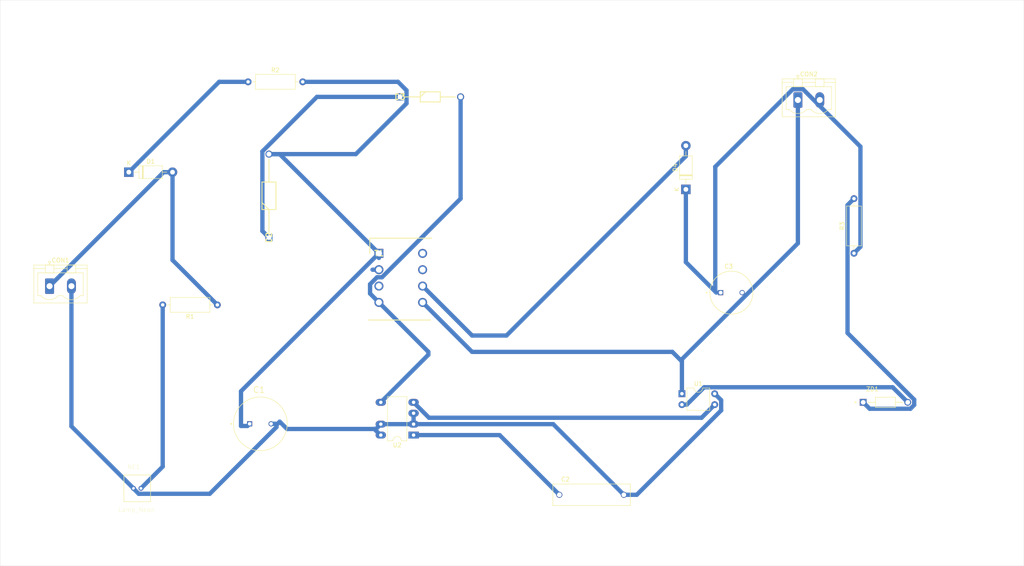
<source format=kicad_pcb>
(kicad_pcb (version 20240108) (generator "pcbnew") (generator_version "8.0")
  (layers (0 "F.Cu" signal) (31 "B.Cu" signal) (34 "B.Paste" user) (35 "F.Paste" user) (36 "B.SilkS" user "B.Silkscreen") (37 "F.SilkS" user "F.Silkscreen") (38 "B.Mask" user) (39 "F.Mask" user) (44 "Edge.Cuts" user))
  (net 0 "")
  (net 1 "Net-(D2-A)")
  (net 2 "Net-(CON1-Pin_2)")
  (net 3 "Net-(U2-BP)")
  (net 4 "Net-(CON2-Pin_1)")
  (net 5 "Net-(CON2-Pin_2)")
  (net 6 "Net-(CON1-Pin_1)")
  (net 7 "Net-(D1-K)")
  (net 8 "Net-(D2-K)")
  (net 9 "Net-(D3-A)")
  (net 10 "Net-(D4-A)")
  (net 11 "Net-(NE1-Pad2)")
  (net 12 "Net-(ZD1-K)")
  (net 13 "Net-(U2-EN{slash}UV)")
  (net 14 "Net-(ZD1-A)")
  (footprint "mkc:CAPPRD500W60D1000H1700" (layer "F.Cu") (at 191.5 102)
    (property "Reference" "C3" (at -0.635 -6.085 0) (layer "F.SilkS"))
    (property "Value" "470u 25V")
    (fp_circle (center -5.75 0) (end -5.65 0) (stroke (width 0.2)) (fill none) (layer "F.SilkS"))
    (fp_circle (center 0 0) (end 5 0) (stroke (width 0.127)) (fill none) (layer "F.SilkS"))
    (pad "1" thru_hole rect (at -2.5 0) (size 1.2 1.2) (drill 0.85) (layers "*.Cu" "*.Mask") (net 5 "Net-(CON2-Pin_2)"))
    (pad "2" thru_hole circle (at 2.5 0) (size 1.2 1.2) (drill 0.85) (layers "*.Cu" "*.Mask") (net 4 "Net-(CON2-Pin_1)"))
  )
  (footprint "mkc:DIOAD1936W88L640D324" (layer "F.Cu") (at 84 89.2 90)
    (property "Reference" "D2" (at 0 0 90) (layer "F.SilkS") (effects (font (size 1.27 1.27) (thickness 0.254))))
    (property "Value" "P6KE200A" (hide yes))
    (fp_line (start 12.9 -1.62) (end 12.9 1.62) (stroke (width 0.2)) (layer "F.SilkS"))
    (fp_line (start 6.5 -1.62) (end 12.9 -1.62) (stroke (width 0.2)) (layer "F.SilkS"))
    (fp_line (start 12.9 0) (end 18.225 0) (stroke (width 0.2)) (layer "F.SilkS"))
    (fp_line (start 6.5 0) (end 8.12 -1.62) (stroke (width 0.2)) (layer "F.SilkS"))
    (fp_line (start 1.175 0) (end 6.5 0) (stroke (width 0.2)) (layer "F.SilkS"))
    (fp_line (start 12.9 1.62) (end 6.5 1.62) (stroke (width 0.2)) (layer "F.SilkS"))
    (fp_line (start 6.5 1.62) (end 6.5 -1.62) (stroke (width 0.2)) (layer "F.SilkS"))
    (pad "1" thru_hole rect (at 0 0 90) (size 1.65 1.65) (drill 1.1) (layers "*.Cu" "*.Mask") (net 8 "Net-(D2-K)"))
    (pad "2" thru_hole circle (at 19.4 0 90) (size 1.65 1.65) (drill 1.1) (layers "*.Cu" "*.Mask") (net 1 "Net-(D2-A)"))
  )
  (footprint "mkc:DIOAD1405W90L465D235" (layer "F.Cu") (at 114.45 56.5)
    (property "Reference" "D3" (at 0 0 0) (layer "F.SilkS") (effects (font (size 1.27 1.27) (thickness 0.254))))
    (property "Value" "FR106" (hide yes))
    (fp_line (start 1.175 0) (end 4.725 0) (stroke (width 0.2)) (layer "F.SilkS"))
    (fp_line (start 4.725 -1.175) (end 9.375 -1.175) (stroke (width 0.2)) (layer "F.SilkS"))
    (fp_line (start 4.725 0) (end 5.9 -1.175) (stroke (width 0.2)) (layer "F.SilkS"))
    (fp_line (start 4.725 1.175) (end 4.725 -1.175) (stroke (width 0.2)) (layer "F.SilkS"))
    (fp_line (start 9.375 -1.175) (end 9.375 1.175) (stroke (width 0.2)) (layer "F.SilkS"))
    (fp_line (start 9.375 0) (end 12.925 0) (stroke (width 0.2)) (layer "F.SilkS"))
    (fp_line (start 9.375 1.175) (end 4.725 1.175) (stroke (width 0.2)) (layer "F.SilkS"))
    (pad "1" thru_hole rect (at 0 0) (size 1.65 1.65) (drill 1.1) (layers "*.Cu" "*.Mask") (net 8 "Net-(D2-K)"))
    (pad "2" thru_hole circle (at 14.1 0) (size 1.65 1.65) (drill 1.1) (layers "*.Cu" "*.Mask") (net 9 "Net-(D3-A)"))
  )
  (footprint "mkc:conn_2 DC vert" (layer "F.Cu") (at 206.96 57.2225)
    (property "Reference" "CON2" (at 2.54 -6 0) (layer "F.SilkS"))
    (property "Value" "~")
    (fp_line (start -3.65 -4.91) (end -3.65 3.91) (stroke (width 0.12)) (layer "F.SilkS"))
    (fp_line (start -3.65 -4.1) (end -1.11 -4.1) (stroke (width 0.12)) (layer "F.SilkS"))
    (fp_line (start -3.65 3.91) (end 8.73 3.91) (stroke (width 0.12)) (layer "F.SilkS"))
    (fp_line (start -2.74 -3.1) (end 7.82 -3.1) (stroke (width 0.12)) (layer "F.SilkS"))
    (fp_line (start -2.74 2.2) (end -2.74 -3.1) (stroke (width 0.12)) (layer "F.SilkS"))
    (fp_line (start -2 2.2) (end -2.74 2.2) (stroke (width 0.12)) (layer "F.SilkS"))
    (fp_line (start -1 -4.91) (end 1 -4.91) (stroke (width 0.12)) (layer "F.SilkS"))
    (fp_line (start -1 -3.1) (end -1 -4.91) (stroke (width 0.12)) (layer "F.SilkS"))
    (fp_line (start -0.3 -5.71) (end 0.3 -5.71) (stroke (width 0.12)) (layer "F.SilkS"))
    (fp_line (start 0 -5.11) (end -0.3 -5.71) (stroke (width 0.12)) (layer "F.SilkS"))
    (fp_line (start 0.3 -5.71) (end 0 -5.11) (stroke (width 0.12)) (layer "F.SilkS"))
    (fp_line (start 1 -4.91) (end 1 -3.1) (stroke (width 0.12)) (layer "F.SilkS"))
    (fp_line (start 1 -4.1) (end 4.08 -4.1) (stroke (width 0.12)) (layer "F.SilkS"))
    (fp_line (start 1 -3.1) (end -1 -3.1) (stroke (width 0.12)) (layer "F.SilkS"))
    (fp_line (start 2 2.2) (end 3.08 2.2) (stroke (width 0.12)) (layer "F.SilkS"))
    (fp_line (start 4.08 -4.91) (end 6.08 -4.91) (stroke (width 0.12)) (layer "F.SilkS"))
    (fp_line (start 4.08 -3.1) (end 4.08 -4.91) (stroke (width 0.12)) (layer "F.SilkS"))
    (fp_line (start 6.08 -4.91) (end 6.08 -3.1) (stroke (width 0.12)) (layer "F.SilkS"))
    (fp_line (start 6.08 -3.1) (end 4.08 -3.1) (stroke (width 0.12)) (layer "F.SilkS"))
    (fp_line (start 7.82 -3.1) (end 7.82 2.2) (stroke (width 0.12)) (layer "F.SilkS"))
    (fp_line (start 7.82 2.2) (end 7.08 2.2) (stroke (width 0.12)) (layer "F.SilkS"))
    (fp_line (start 8.73 -4.91) (end -3.65 -4.91) (stroke (width 0.12)) (layer "F.SilkS"))
    (fp_line (start 8.73 -4.1) (end 6.19 -4.1) (stroke (width 0.12)) (layer "F.SilkS"))
    (fp_line (start 8.73 3.91) (end 8.73 -4.91) (stroke (width 0.12)) (layer "F.SilkS"))
    (fp_arc (start 1.986842 2.215821) (mid -0.010289 3.142758) (end -2 2.2) (stroke (width 0.12)) (layer "F.SilkS"))
    (fp_arc (start 7.066842 2.215821) (mid 5.069711 3.142758) (end 3.08 2.2) (stroke (width 0.12)) (layer "F.SilkS"))
    (pad "1" thru_hole roundrect (at 0 0) (size 2.08 3.6) (drill 1.4) (layers "*.Cu" "*.Mask") (roundrect_rratio 0.120192) (net 4 "Net-(CON2-Pin_1)"))
    (pad "2" thru_hole oval (at 5.08 0) (size 2.08 3.6) (drill 1.4) (layers "*.Cu" "*.Mask") (net 5 "Net-(CON2-Pin_2)"))
  )
  (footprint "Library:0.5w resistor 20ohm" (layer "F.Cu") (at 72 104.85 180)
    (property "Reference" "R1" (at 6.35 -2.72 0) (layer "F.SilkS"))
    (property "Value" "680K")
    (fp_line (start 11.66 0) (end 10.97 0) (stroke (width 0.12)) (layer "F.SilkS"))
    (fp_line (start 10.97 1.72) (end 10.97 -1.72) (stroke (width 0.12)) (layer "F.SilkS"))
    (fp_line (start 10.97 -1.72) (end 1.73 -1.72) (stroke (width 0.12)) (layer "F.SilkS"))
    (fp_line (start 1.73 1.72) (end 10.97 1.72) (stroke (width 0.12)) (layer "F.SilkS"))
    (fp_line (start 1.73 -1.72) (end 1.73 1.72) (stroke (width 0.12)) (layer "F.SilkS"))
    (fp_line (start 1.04 0) (end 1.73 0) (stroke (width 0.12)) (layer "F.SilkS"))
    (pad "1" thru_hole circle (at 0 0 180) (size 1.6 1.6) (drill 0.8) (layers "*.Cu" "*.Mask") (net 6 "Net-(CON1-Pin_1)"))
    (pad "2" thru_hole oval (at 12.7 0 180) (size 1.6 1.6) (drill 0.8) (layers "*.Cu" "*.Mask") (net 11 "Net-(NE1-Pad2)"))
  )
  (footprint "Package_DIP:DIP-4_W7.62mm" (layer "F.Cu") (at 180 125.5)
    (property "Reference" "U1" (at 3.81 -2.33 0) (layer "F.SilkS"))
    (property "Value" "EL817")
    (fp_line (start 1.16 -1.33) (end 1.16 3.87) (stroke (width 0.12)) (layer "F.SilkS"))
    (fp_line (start 1.16 3.87) (end 6.46 3.87) (stroke (width 0.12)) (layer "F.SilkS"))
    (fp_line (start 2.81 -1.33) (end 1.16 -1.33) (stroke (width 0.12)) (layer "F.SilkS"))
    (fp_line (start 6.46 -1.33) (end 4.81 -1.33) (stroke (width 0.12)) (layer "F.SilkS"))
    (fp_line (start 6.46 3.87) (end 6.46 -1.33) (stroke (width 0.12)) (layer "F.SilkS"))
    (fp_arc (start 4.81 -1.33) (mid 3.81 -0.33) (end 2.81 -1.33) (stroke (width 0.12)) (layer "F.SilkS"))
    (pad "1" thru_hole rect (at 0 0) (size 1.6 1.6) (drill 0.8) (layers "*.Cu" "*.Mask") (net 4 "Net-(CON2-Pin_1)"))
    (pad "2" thru_hole oval (at 0 2.54) (size 1.6 1.6) (drill 0.8) (layers "*.Cu" "*.Mask") (net 14 "Net-(ZD1-A)"))
    (pad "3" thru_hole oval (at 7.62 2.54) (size 1.6 1.6) (drill 0.8) (layers "*.Cu" "*.Mask") (net 13 "Net-(U2-EN{slash}UV)"))
    (pad "4" thru_hole oval (at 7.62 0) (size 1.6 1.6) (drill 0.8) (layers "*.Cu" "*.Mask") (net 2 "Net-(CON1-Pin_2)"))
  )
  (footprint "Diode_THT:D_DO-41_SOD81_P10.16mm_Horizontal" (layer "F.Cu") (at 180.92 78 90)
    (property "Reference" "D4" (at 5.08 -2.47 90) (layer "F.SilkS"))
    (property "Value" "SB160")
    (fp_line (start 7.8 -1.47) (end 2.36 -1.47) (stroke (width 0.12)) (layer "F.SilkS"))
    (fp_line (start 3.38 -1.47) (end 3.38 1.47) (stroke (width 0.12)) (layer "F.SilkS"))
    (fp_line (start 3.26 -1.47) (end 3.26 1.47) (stroke (width 0.12)) (layer "F.SilkS"))
    (fp_line (start 3.14 -1.47) (end 3.14 1.47) (stroke (width 0.12)) (layer "F.SilkS"))
    (fp_line (start 2.36 -1.47) (end 2.36 1.47) (stroke (width 0.12)) (layer "F.SilkS"))
    (fp_line (start 8.82 0) (end 7.8 0) (stroke (width 0.12)) (layer "F.SilkS"))
    (fp_line (start 1.34 0) (end 2.36 0) (stroke (width 0.12)) (layer "F.SilkS"))
    (fp_line (start 7.8 1.47) (end 7.8 -1.47) (stroke (width 0.12)) (layer "F.SilkS"))
    (fp_line (start 2.36 1.47) (end 7.8 1.47) (stroke (width 0.12)) (layer "F.SilkS"))
    (fp_text user "K" (at 0 -2.1 90) (layer "F.SilkS"))
    (pad "1" thru_hole rect (at 0 0 90) (size 2.2 2.2) (drill 1.1) (layers "*.Cu" "*.Mask") (net 5 "Net-(CON2-Pin_2)"))
    (pad "2" thru_hole oval (at 10.16 0 90) (size 2.2 2.2) (drill 1.1) (layers "*.Cu" "*.Mask") (net 10 "Net-(D4-A)"))
  )
  (footprint "mkc:CAPPRD500W60D1250H2700" (layer "F.Cu") (at 82 132.5)
    (property "Reference" "C1" (at -0.305 -7.889 0) (layer "F.SilkS") (effects (font (size 1.4 1.4))))
    (property "Value" "10u 400V")
    (fp_circle (center -6.75 0) (end -6.65 0) (stroke (width 0.2)) (fill none) (layer "F.SilkS"))
    (fp_circle (center 0 0) (end 6.25 0) (stroke (width 0.127)) (fill none) (layer "F.SilkS"))
    (pad "1" thru_hole rect (at -2.5 0) (size 1.2 1.2) (drill 0.8) (layers "*.Cu" "*.Mask") (net 1 "Net-(D2-A)"))
    (pad "2" thru_hole circle (at 2.5 0) (size 1.2 1.2) (drill 0.8) (layers "*.Cu" "*.Mask") (net 2 "Net-(CON1-Pin_2)"))
  )
  (footprint "mkc:DIOAD1036W78L463D272" (layer "F.Cu") (at 227.32 127.5)
    (property "Reference" "ZD1" (at -3.05 -3.0725 0) (layer "F.SilkS"))
    (property "Value" "1W 12V")
    (fp_line (start -4.065 0) (end -2.315 0) (stroke (width 0.127)) (layer "F.SilkS"))
    (fp_line (start -2.315 -1.1875) (end 2.315 -1.1875) (stroke (width 0.127)) (layer "F.SilkS"))
    (fp_line (start -2.315 0) (end -2.315 -1.1875) (stroke (width 0.127)) (layer "F.SilkS"))
    (fp_line (start -2.315 1.1875) (end -2.315 0) (stroke (width 0.127)) (layer "F.SilkS"))
    (fp_line (start 2.315 -1.1875) (end 2.315 0) (stroke (width 0.127)) (layer "F.SilkS"))
    (fp_line (start 2.315 0) (end 2.315 1.1875) (stroke (width 0.127)) (layer "F.SilkS"))
    (fp_line (start 2.315 0) (end 4.065 0) (stroke (width 0.127)) (layer "F.SilkS"))
    (fp_line (start 2.315 1.1875) (end -2.315 1.1875) (stroke (width 0.127)) (layer "F.SilkS"))
    (fp_circle (center -6.975 0) (end -6.875 0) (stroke (width 0.2)) (fill none) (layer "F.SilkS"))
    (pad "1" thru_hole rect (at -5.18 0) (size 1.59 1.59) (drill 1.06) (layers "*.Cu" "*.Mask") (net 12 "Net-(ZD1-K)"))
    (pad "2" thru_hole circle (at 5.18 0) (size 1.59 1.59) (drill 1.06) (layers "*.Cu" "*.Mask") (net 14 "Net-(ZD1-A)"))
  )
  (footprint "Library 0.5w:0.5w resistor 20ohm" (layer "F.Cu") (at 79.15 53)
    (property "Reference" "R2" (at 6.35 -2.72 0) (layer "F.SilkS"))
    (property "Value" "20E")
    (fp_line (start 1.04 0) (end 1.73 0) (stroke (width 0.12)) (layer "F.SilkS"))
    (fp_line (start 1.73 -1.72) (end 1.73 1.72) (stroke (width 0.12)) (layer "F.SilkS"))
    (fp_line (start 1.73 1.72) (end 10.97 1.72) (stroke (width 0.12)) (layer "F.SilkS"))
    (fp_line (start 10.97 -1.72) (end 1.73 -1.72) (stroke (width 0.12)) (layer "F.SilkS"))
    (fp_line (start 10.97 1.72) (end 10.97 -1.72) (stroke (width 0.12)) (layer "F.SilkS"))
    (fp_line (start 11.66 0) (end 10.97 0) (stroke (width 0.12)) (layer "F.SilkS"))
    (pad "1" thru_hole circle (at 0 0) (size 1.6 1.6) (drill 0.8) (layers "*.Cu" "*.Mask") (net 7 "Net-(D1-K)"))
    (pad "2" thru_hole oval (at 12.7 0) (size 1.6 1.6) (drill 0.8) (layers "*.Cu" "*.Mask") (net 1 "Net-(D2-A)"))
  )
  (footprint "mkc:conn_2 DC vert" (layer "F.Cu") (at 33 100.5)
    (property "Reference" "CON1" (at 2.54 -6 0) (layer "F.SilkS"))
    (property "Value" "~")
    (fp_line (start -3.65 -4.91) (end -3.65 3.91) (stroke (width 0.12)) (layer "F.SilkS"))
    (fp_line (start -3.65 -4.1) (end -1.11 -4.1) (stroke (width 0.12)) (layer "F.SilkS"))
    (fp_line (start -3.65 3.91) (end 8.73 3.91) (stroke (width 0.12)) (layer "F.SilkS"))
    (fp_line (start -2.74 -3.1) (end 7.82 -3.1) (stroke (width 0.12)) (layer "F.SilkS"))
    (fp_line (start -2.74 2.2) (end -2.74 -3.1) (stroke (width 0.12)) (layer "F.SilkS"))
    (fp_line (start -2 2.2) (end -2.74 2.2) (stroke (width 0.12)) (layer "F.SilkS"))
    (fp_line (start -1 -4.91) (end 1 -4.91) (stroke (width 0.12)) (layer "F.SilkS"))
    (fp_line (start -1 -3.1) (end -1 -4.91) (stroke (width 0.12)) (layer "F.SilkS"))
    (fp_line (start -0.3 -5.71) (end 0.3 -5.71) (stroke (width 0.12)) (layer "F.SilkS"))
    (fp_line (start 0 -5.11) (end -0.3 -5.71) (stroke (width 0.12)) (layer "F.SilkS"))
    (fp_line (start 0.3 -5.71) (end 0 -5.11) (stroke (width 0.12)) (layer "F.SilkS"))
    (fp_line (start 1 -4.91) (end 1 -3.1) (stroke (width 0.12)) (layer "F.SilkS"))
    (fp_line (start 1 -4.1) (end 4.08 -4.1) (stroke (width 0.12)) (layer "F.SilkS"))
    (fp_line (start 1 -3.1) (end -1 -3.1) (stroke (width 0.12)) (layer "F.SilkS"))
    (fp_line (start 2 2.2) (end 3.08 2.2) (stroke (width 0.12)) (layer "F.SilkS"))
    (fp_line (start 4.08 -4.91) (end 6.08 -4.91) (stroke (width 0.12)) (layer "F.SilkS"))
    (fp_line (start 4.08 -3.1) (end 4.08 -4.91) (stroke (width 0.12)) (layer "F.SilkS"))
    (fp_line (start 6.08 -4.91) (end 6.08 -3.1) (stroke (width 0.12)) (layer "F.SilkS"))
    (fp_line (start 6.08 -3.1) (end 4.08 -3.1) (stroke (width 0.12)) (layer "F.SilkS"))
    (fp_line (start 7.82 -3.1) (end 7.82 2.2) (stroke (width 0.12)) (layer "F.SilkS"))
    (fp_line (start 7.82 2.2) (end 7.08 2.2) (stroke (width 0.12)) (layer "F.SilkS"))
    (fp_line (start 8.73 -4.91) (end -3.65 -4.91) (stroke (width 0.12)) (layer "F.SilkS"))
    (fp_line (start 8.73 -4.1) (end 6.19 -4.1) (stroke (width 0.12)) (layer "F.SilkS"))
    (fp_line (start 8.73 3.91) (end 8.73 -4.91) (stroke (width 0.12)) (layer "F.SilkS"))
    (fp_arc (start 1.986842 2.215821) (mid -0.010289 3.142758) (end -2 2.2) (stroke (width 0.12)) (layer "F.SilkS"))
    (fp_arc (start 7.066842 2.215821) (mid 5.069711 3.142758) (end 3.08 2.2) (stroke (width 0.12)) (layer "F.SilkS"))
    (pad "1" thru_hole roundrect (at 0 0) (size 2.08 3.6) (drill 1.4) (layers "*.Cu" "*.Mask") (roundrect_rratio 0.120192) (net 6 "Net-(CON1-Pin_1)"))
    (pad "2" thru_hole oval (at 5.08 0) (size 2.08 3.6) (drill 1.4) (layers "*.Cu" "*.Mask") (net 2 "Net-(CON1-Pin_2)"))
  )
  (footprint "Package_DIP:PowerIntegrations_PDIP-8B" (layer "F.Cu") (at 117.62 135.12 180)
    (property "Reference" "U2" (at 3.81 -2.33 0) (layer "F.SilkS"))
    (property "Value" "TNY266P")
    (fp_line (start 6.06 8.95) (end 6.06 -1.33) (stroke (width 0.12)) (layer "F.SilkS"))
    (fp_line (start 6.06 -1.33) (end 4.81 -1.33) (stroke (width 0.12)) (layer "F.SilkS"))
    (fp_line (start 2.81 -1.33) (end 1.56 -1.33) (stroke (width 0.12)) (layer "F.SilkS"))
    (fp_line (start 1.56 8.95) (end 6.06 8.95) (stroke (width 0.12)) (layer "F.SilkS"))
    (fp_line (start 1.56 -1.33) (end 1.56 8.95) (stroke (width 0.12)) (layer "F.SilkS"))
    (fp_arc (start 4.81 -1.33) (mid 3.81 -0.33) (end 2.81 -1.33) (stroke (width 0.12)) (layer "F.SilkS"))
    (pad "1" thru_hole rect (at 0 0 180) (size 2.4 1.6) (drill 0.8) (layers "*.Cu" "*.Mask") (net 3 "Net-(U2-BP)"))
    (pad "2" thru_hole oval (at 0 2.54 180) (size 2.4 1.6) (drill 0.8) (layers "*.Cu" "*.Mask") (net 2 "Net-(CON1-Pin_2)"))
    (pad "3" thru_hole oval (at 0 5.08 180) (size 2.4 1.6) (drill 0.8) (layers "*.Cu" "*.Mask") (net 2 "Net-(CON1-Pin_2)"))
    (pad "4" thru_hole oval (at 0 7.62 180) (size 2.4 1.6) (drill 0.8) (layers "*.Cu" "*.Mask") (net 13 "Net-(U2-EN{slash}UV)"))
    (pad "5" thru_hole oval (at 7.62 7.62 180) (size 2.4 1.6) (drill 0.8) (layers "*.Cu" "*.Mask") (net 9 "Net-(D3-A)"))
    (pad "7" thru_hole oval (at 7.62 2.54 180) (size 2.4 1.6) (drill 0.8) (layers "*.Cu" "*.Mask") (net 2 "Net-(CON1-Pin_2)"))
    (pad "8" thru_hole oval (at 7.62 0 180) (size 2.4 1.6) (drill 0.8) (layers "*.Cu" "*.Mask") (net 2 "Net-(CON1-Pin_2)"))
  )
  (footprint "mkc:LAMP_D2A" (layer "F.Cu") (at 53.375 147.5)
    (property "Reference" "NE1" (at -0.8088 -4.9838 0) (layer "F.SilkS") (effects (font (thickness 0.05))))
    (property "Value" "Lamp_Neon" (at -0.1738 4.9838 0) (layer "F.SilkS") (effects (font (thickness 0.05))))
    (fp_line (start -3.0988 -3.0988) (end -3.0988 3.0988) (stroke (width 0.127)) (layer "F.SilkS"))
    (fp_line (start -3.0988 3.0988) (end 3.0988 3.0988) (stroke (width 0.127)) (layer "F.SilkS"))
    (fp_line (start 3.0988 -3.0988) (end -3.0988 -3.0988) (stroke (width 0.127)) (layer "F.SilkS"))
    (fp_line (start 3.0988 3.0988) (end 3.0988 -3.0988) (stroke (width 0.127)) (layer "F.SilkS"))
    (pad "1" thru_hole circle (at -0.875 0) (size 1.128 1.128) (drill 0.62) (layers "*.Cu" "*.Mask") (net 2 "Net-(CON1-Pin_2)"))
    (pad "2" thru_hole circle (at 0.875 0) (size 1.128 1.128) (drill 0.62) (layers "*.Cu" "*.Mask") (net 11 "Net-(NE1-Pad2)"))
  )
  (footprint "Library:0.5w resistor 20ohm" (layer "F.Cu") (at 220 92.85 90)
    (property "Reference" "R3" (at 6.35 -2.72 90) (layer "F.SilkS"))
    (property "Value" "1K")
    (fp_line (start 10.97 -1.72) (end 1.73 -1.72) (stroke (width 0.12)) (layer "F.SilkS"))
    (fp_line (start 1.73 -1.72) (end 1.73 1.72) (stroke (width 0.12)) (layer "F.SilkS"))
    (fp_line (start 11.66 0) (end 10.97 0) (stroke (width 0.12)) (layer "F.SilkS"))
    (fp_line (start 1.04 0) (end 1.73 0) (stroke (width 0.12)) (layer "F.SilkS"))
    (fp_line (start 10.97 1.72) (end 10.97 -1.72) (stroke (width 0.12)) (layer "F.SilkS"))
    (fp_line (start 1.73 1.72) (end 10.97 1.72) (stroke (width 0.12)) (layer "F.SilkS"))
    (pad "1" thru_hole circle (at 0 0 90) (size 1.6 1.6) (drill 0.8) (layers "*.Cu" "*.Mask") (net 5 "Net-(CON2-Pin_2)"))
    (pad "2" thru_hole oval (at 12.7 0 90) (size 1.6 1.6) (drill 0.8) (layers "*.Cu" "*.Mask") (net 12 "Net-(ZD1-K)"))
  )
  (footprint "mkc:EE20" (layer "F.Cu") (at 109.56 92.875)
    (property "Reference" "T1" (at 0 0 0) (layer "F.SilkS") (effects (font (size 1.27 1.27) (thickness 0.254))))
    (property "Value" "PA2777NL" (hide yes))
    (fp_line (start -2.4 15.5) (end 12 15.5) (stroke (width 0.2)) (layer "F.SilkS"))
    (fp_line (start -2.12 -3.525) (end -2.12 0) (stroke (width 0.2)) (layer "F.SilkS"))
    (fp_line (start 12.28 -3.525) (end -2.12 -3.525) (stroke (width 0.2)) (layer "F.SilkS"))
    (pad "1" thru_hole rect (at 0 0) (size 2.1 2.1) (drill 1.4) (layers "*.Cu" "*.Mask") (net 1 "Net-(D2-A)"))
    (pad "2" thru_hole circle (at 0 3.8) (size 2.1 2.1) (drill 1.4) (layers "*.Cu" "*.Mask"))
    (pad "3" thru_hole circle (at 0 7.6) (size 2.1 2.1) (drill 1.4) (layers "*.Cu" "*.Mask"))
    (pad "4" thru_hole circle (at 0 11.4) (size 2.1 2.1) (drill 1.4) (layers "*.Cu" "*.Mask") (net 9 "Net-(D3-A)"))
    (pad "7" thru_hole circle (at 10.16 11.4) (size 2.1 2.1) (drill 1.4) (layers "*.Cu" "*.Mask") (net 4 "Net-(CON2-Pin_1)"))
    (pad "8" thru_hole circle (at 10.16 7.6) (size 2.1 2.1) (drill 1.4) (layers "*.Cu" "*.Mask") (net 10 "Net-(D4-A)"))
    (pad "9" thru_hole circle (at 10.16 3.8) (size 2.1 2.1) (drill 1.4) (layers "*.Cu" "*.Mask"))
    (pad "10" thru_hole circle (at 10.16 0) (size 2.1 2.1) (drill 1.4) (layers "*.Cu" "*.Mask"))
  )
  (footprint "mkc:CAPRR1500W80L1800T500H1050" (layer "F.Cu") (at 159 149)
    (property "Reference" "C2" (at -6.075 -3.585 0) (layer "F.SilkS"))
    (property "Value" "C")
    (fp_line (start -9 -2.5) (end -9 2.5) (stroke (width 0.127)) (layer "F.SilkS"))
    (fp_line (start -9 -2.5) (end 9 -2.5) (stroke (width 0.127)) (layer "F.SilkS"))
    (fp_line (start -9 2.5) (end 9 2.5) (stroke (width 0.127)) (layer "F.SilkS"))
    (fp_line (start 9 -2.5) (end 9 2.5) (stroke (width 0.127)) (layer "F.SilkS"))
    (pad "1" thru_hole circle (at -7.5 0) (size 1.4 1.4) (drill 1.05) (layers "*.Cu" "*.Mask") (net 3 "Net-(U2-BP)"))
    (pad "2" thru_hole circle (at 7.5 0) (size 1.4 1.4) (drill 1.05) (layers "*.Cu" "*.Mask") (net 2 "Net-(CON1-Pin_2)"))
  )
  (footprint "Diode_THT:D_DO-41_SOD81_P10.16mm_Horizontal" (layer "F.Cu") (at 51.42 74)
    (property "Reference" "D1" (at 5.08 -2.47 0) (layer "F.SilkS"))
    (property "Value" "1N4007")
    (fp_line (start 1.34 0) (end 2.36 0) (stroke (width 0.12)) (layer "F.SilkS"))
    (fp_line (start 2.36 -1.47) (end 2.36 1.47) (stroke (width 0.12)) (layer "F.SilkS"))
    (fp_line (start 2.36 1.47) (end 7.8 1.47) (stroke (width 0.12)) (layer "F.SilkS"))
    (fp_line (start 3.14 -1.47) (end 3.14 1.47) (stroke (width 0.12)) (layer "F.SilkS"))
    (fp_line (start 3.26 -1.47) (end 3.26 1.47) (stroke (width 0.12)) (layer "F.SilkS"))
    (fp_line (start 3.38 -1.47) (end 3.38 1.47) (stroke (width 0.12)) (layer "F.SilkS"))
    (fp_line (start 7.8 -1.47) (end 2.36 -1.47) (stroke (width 0.12)) (layer "F.SilkS"))
    (fp_line (start 7.8 1.47) (end 7.8 -1.47) (stroke (width 0.12)) (layer "F.SilkS"))
    (fp_line (start 8.82 0) (end 7.8 0) (stroke (width 0.12)) (layer "F.SilkS"))
    (fp_text user "K" (at 0 -2.1 0) (layer "F.SilkS"))
    (pad "1" thru_hole rect (at 0 0) (size 2.2 2.2) (drill 1.1) (layers "*.Cu" "*.Mask") (net 7 "Net-(D1-K)"))
    (pad "2" thru_hole oval (at 10.16 0) (size 2.2 2.2) (drill 1.1) (layers "*.Cu" "*.Mask") (net 6 "Net-(CON1-Pin_1)"))
  )
  (gr_rect (start 21.5 34) (end 259.5 165.5) (stroke (width 0.05)) (fill none) (layer "Edge.Cuts"))
  (segment (start 109.56 96.675) (end 108.075076 96.675) (width 1) (layer "B.Cu") (net 0))
  (segment (start 109.56 92.875) (end 109.56 93.94) (width 1) (layer "B.Cu") (net 1))
  (segment (start 114 53) (end 115.975 54.975) (width 1) (layer "B.Cu") (net 1))
  (segment (start 91.85 53) (end 114 53) (width 1) (layer "B.Cu") (net 1))
  (segment (start 109.56 92.875) (end 77.5 124.935) (width 1) (layer "B.Cu") (net 1))
  (segment (start 77.5 124.935) (end 77.5 133) (width 1) (layer "B.Cu") (net 1))
  (segment (start 86.485 69.8) (end 109.56 92.875) (width 1) (layer "B.Cu") (net 1))
  (segment (start 104.2 69.8) (end 84 69.8) (width 1) (layer "B.Cu") (net 1))
  (segment (start 79 133) (end 79.5 132.5) (width 1) (layer "B.Cu") (net 1))
  (segment (start 84 69.8) (end 86.485 69.8) (width 1) (layer "B.Cu") (net 1))
  (segment (start 115.975 58.025) (end 104.2 69.8) (width 1) (layer "B.Cu") (net 1))
  (segment (start 77.5 133) (end 79 133) (width 1) (layer "B.Cu") (net 1))
  (segment (start 115.975 54.975) (end 115.975 58.025) (width 1) (layer "B.Cu") (net 1))
  (segment (start 117.62 132.58) (end 117.62 130.04) (width 1) (layer "B.Cu") (net 2))
  (segment (start 70.236 148.764) (end 53.726434 148.764) (width 1) (layer "B.Cu") (net 2))
  (segment (start 189.12 127) (end 189.12 129.38) (width 1) (layer "B.Cu") (net 2))
  (segment (start 88.2 133.7) (end 86.5 132) (width 1) (layer "B.Cu") (net 2))
  (segment (start 150.08 132.58) (end 166.5 149) (width 1) (layer "B.Cu") (net 2))
  (segment (start 110 132.58) (end 117.62 132.58) (width 1) (layer "B.Cu") (net 2))
  (segment (start 169.5 149) (end 166.5 149) (width 1) (layer "B.Cu") (net 2))
  (segment (start 117.62 132.58) (end 150.08 132.58) (width 1) (layer "B.Cu") (net 2))
  (segment (start 52.5 147.537566) (end 52.5 147.5) (width 1) (layer "B.Cu") (net 2))
  (segment (start 85.75 132.75) (end 85.75 133.25) (width 1) (layer "B.Cu") (net 2))
  (segment (start 109.92 135.12) (end 108.5 133.7) (width 1) (layer "B.Cu") (net 2))
  (segment (start 187.62 125.5) (end 189.12 127) (width 1) (layer "B.Cu") (net 2))
  (segment (start 110 132.58) (end 108.88 133.7) (width 1) (layer "B.Cu") (net 2))
  (segment (start 85.75 133.25) (end 70.236 148.764) (width 1) (layer "B.Cu") (net 2))
  (segment (start 108.5 133.7) (end 88.2 133.7) (width 1) (layer "B.Cu") (net 2))
  (segment (start 110 135.12) (end 109.92 135.12) (width 1) (layer "B.Cu") (net 2))
  (segment (start 38.08 100.5) (end 38.08 133.08) (width 1) (layer "B.Cu") (net 2))
  (segment (start 189.12 129.38) (end 169.5 149) (width 1) (layer "B.Cu") (net 2))
  (segment (start 85.5 132.5) (end 85.75 132.75) (width 1) (layer "B.Cu") (net 2))
  (segment (start 86.5 132) (end 85.75 132.75) (width 1) (layer "B.Cu") (net 2))
  (segment (start 84.5 132.5) (end 85.5 132.5) (width 1) (layer "B.Cu") (net 2))
  (segment (start 53.726434 148.764) (end 52.5 147.537566) (width 1) (layer "B.Cu") (net 2))
  (segment (start 108.88 133.7) (end 108.5 133.7) (width 1) (layer "B.Cu") (net 2))
  (segment (start 38.08 133.08) (end 52.5 147.5) (width 1) (layer "B.Cu") (net 2))
  (segment (start 137.62 135.12) (end 151.5 149) (width 1) (layer "B.Cu") (net 3))
  (segment (start 117.62 135.12) (end 137.62 135.12) (width 1) (layer "B.Cu") (net 3))
  (segment (start 119.72 104.275) (end 131.22 115.775) (width 1) (layer "B.Cu") (net 4))
  (segment (start 206.96 57.2225) (end 206.96 90.54) (width 1) (layer "B.Cu") (net 4))
  (segment (start 180 125.5) (end 180 118) (width 1) (layer "B.Cu") (net 4))
  (segment (start 180 117.5) (end 180 118) (width 1) (layer "B.Cu") (net 4))
  (segment (start 206.96 90.54) (end 180 117.5) (width 1) (layer "B.Cu") (net 4))
  (segment (start 131.22 115.775) (end 177.775 115.775) (width 1) (layer "B.Cu") (net 4))
  (segment (start 177.775 115.775) (end 180 118) (width 1) (layer "B.Cu") (net 4))
  (segment (start 187.75 72.74207) (end 187.75 101.75) (width 1) (layer "B.Cu") (net 5))
  (segment (start 221.5 68.07207) (end 208.15043 54.7225) (width 1) (layer "B.Cu") (net 5))
  (segment (start 205.76957 54.7225) (end 187.75 72.74207) (width 1) (layer "B.Cu") (net 5))
  (segment (start 180.92 94.92) (end 188 102) (width 1) (layer "B.Cu") (net 5))
  (segment (start 208.15043 54.7225) (end 205.76957 54.7225) (width 1) (layer "B.Cu") (net 5))
  (segment (start 180.92 78) (end 180.92 94.92) (width 1) (layer "B.Cu") (net 5))
  (segment (start 220 92.85) (end 221.5 91.35) (width 1) (layer "B.Cu") (net 5))
  (segment (start 221.5 91.35) (end 221.5 68.07207) (width 1) (layer "B.Cu") (net 5))
  (segment (start 61.58 94.43) (end 72 104.85) (width 1) (layer "B.Cu") (net 6))
  (segment (start 59.5 74) (end 33 100.5) (width 1) (layer "B.Cu") (net 6))
  (segment (start 61.58 74) (end 59.5 74) (width 1) (layer "B.Cu") (net 6))
  (segment (start 61.58 74) (end 61.58 94.43) (width 1) (layer "B.Cu") (net 6))
  (segment (start 79.15 53) (end 72.42 53) (width 1) (layer "B.Cu") (net 7))
  (segment (start 72.42 53) (end 51.42 74) (width 1) (layer "B.Cu") (net 7))
  (segment (start 95.143324 56.5) (end 114.45 56.5) (width 1) (layer "B.Cu") (net 8))
  (segment (start 84 89.2) (end 82.475 87.675) (width 1) (layer "B.Cu") (net 8))
  (segment (start 82.475 69.168324) (end 95.143324 56.5) (width 1) (layer "B.Cu") (net 8))
  (segment (start 82.475 87.675) (end 82.475 69.168324) (width 1) (layer "B.Cu") (net 8))
  (segment (start 109.135126 98.425) (end 107.5 100.060126) (width 1) (layer "B.Cu") (net 9))
  (segment (start 109.56 104.275) (end 121.06 115.775) (width 1) (layer "B.Cu") (net 9))
  (segment (start 128.55 56.5) (end 128.55 80.159874) (width 1) (layer "B.Cu") (net 9))
  (segment (start 107.5 100.060126) (end 107.5 102.215) (width 1) (layer "B.Cu") (net 9))
  (segment (start 121.06 116.44) (end 110 127.5) (width 1) (layer "B.Cu") (net 9))
  (segment (start 107.5 102.215) (end 109.56 104.275) (width 1) (layer "B.Cu") (net 9))
  (segment (start 121.06 115.775) (end 121.06 116.44) (width 1) (layer "B.Cu") (net 9))
  (segment (start 110.284874 98.425) (end 109.135126 98.425) (width 1) (layer "B.Cu") (net 9))
  (segment (start 128.55 80.159874) (end 110.284874 98.425) (width 1) (layer "B.Cu") (net 9))
  (segment (start 180.92 67.84) (end 180.92 70.275) (width 1) (layer "B.Cu") (net 10))
  (segment (start 180.92 70.275) (end 139.22 111.975) (width 1) (layer "B.Cu") (net 10))
  (segment (start 119.72 100.475) (end 131.22 111.975) (width 1) (layer "B.Cu") (net 10))
  (segment (start 131.22 111.975) (end 139.22 111.975) (width 1) (layer "B.Cu") (net 10))
  (segment (start 54.25 147.5) (end 59.3 142.45) (width 1) (layer "B.Cu") (net 11))
  (segment (start 59.3 142.45) (end 59.3 104.85) (width 1) (layer "B.Cu") (net 11))
  (segment (start 233.995 128.11925) (end 233.11925 128.995) (width 1) (layer "B.Cu") (net 12))
  (segment (start 220 80.15) (end 218.5 81.65) (width 1) (layer "B.Cu") (net 12))
  (segment (start 218.5 81.65) (end 218.5 111.38575) (width 1) (layer "B.Cu") (net 12))
  (segment (start 233.11925 128.995) (end 223.635 128.995) (width 1) (layer "B.Cu") (net 12))
  (segment (start 233.995 126.88075) (end 233.995 128.11925) (width 1) (layer "B.Cu") (net 12))
  (segment (start 223.635 128.995) (end 222.14 127.5) (width 1) (layer "B.Cu") (net 12))
  (segment (start 218.5 111.38575) (end 233.995 126.88075) (width 1) (layer "B.Cu") (net 12))
  (segment (start 187.62 128.04) (end 184.56934 131.09066) (width 1) (layer "B.Cu") (net 13))
  (segment (start 121.21066 131.09066) (end 117.62 127.5) (width 1) (layer "B.Cu") (net 13))
  (segment (start 184.56934 131.09066) (end 121.21066 131.09066) (width 1) (layer "B.Cu") (net 13))
  (segment (start 181.13137 128.04) (end 185.17137 124) (width 1) (layer "B.Cu") (net 14))
  (segment (start 229 124) (end 232.5 127.5) (width 1) (layer "B.Cu") (net 14))
  (segment (start 180 128.04) (end 181.13137 128.04) (width 1) (layer "B.Cu") (net 14))
  (segment (start 185.17137 124) (end 229 124) (width 1) (layer "B.Cu") (net 14))
)
</source>
